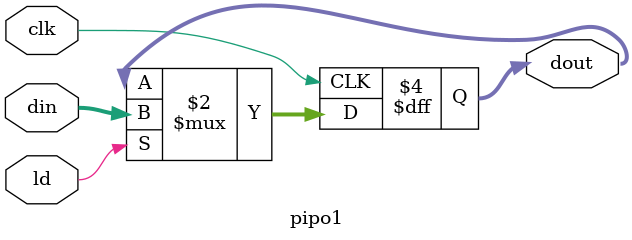
<source format=v>
`timescale 1ns / 1ps
module pipo1(dout,din,ld,clk);
input [15:0]din;
input ld,clk;
output reg [15:0] dout;
always @(posedge clk)
if (ld) dout<=din;
endmodule
   
  

</source>
